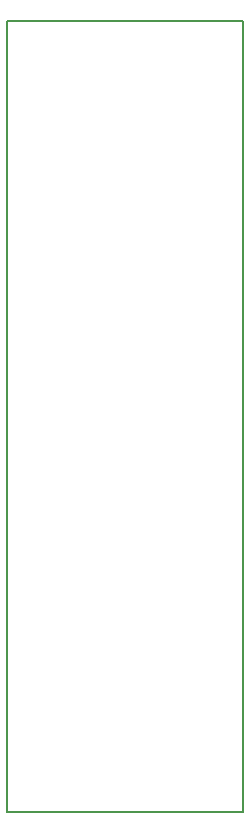
<source format=gbr>
%TF.GenerationSoftware,KiCad,Pcbnew,7.0.10*%
%TF.CreationDate,2024-01-02T15:41:26+01:00*%
%TF.ProjectId,Master_Clock,4d617374-6572-45f4-936c-6f636b2e6b69,1.0*%
%TF.SameCoordinates,Original*%
%TF.FileFunction,Profile,NP*%
%FSLAX46Y46*%
G04 Gerber Fmt 4.6, Leading zero omitted, Abs format (unit mm)*
G04 Created by KiCad (PCBNEW 7.0.10) date 2024-01-02 15:41:26*
%MOMM*%
%LPD*%
G01*
G04 APERTURE LIST*
%TA.AperFunction,Profile*%
%ADD10C,0.150000*%
%TD*%
G04 APERTURE END LIST*
D10*
X144000000Y-58000000D02*
X164000000Y-58000000D01*
X164000000Y-125000000D01*
X144000000Y-125000000D01*
X144000000Y-58000000D01*
M02*

</source>
